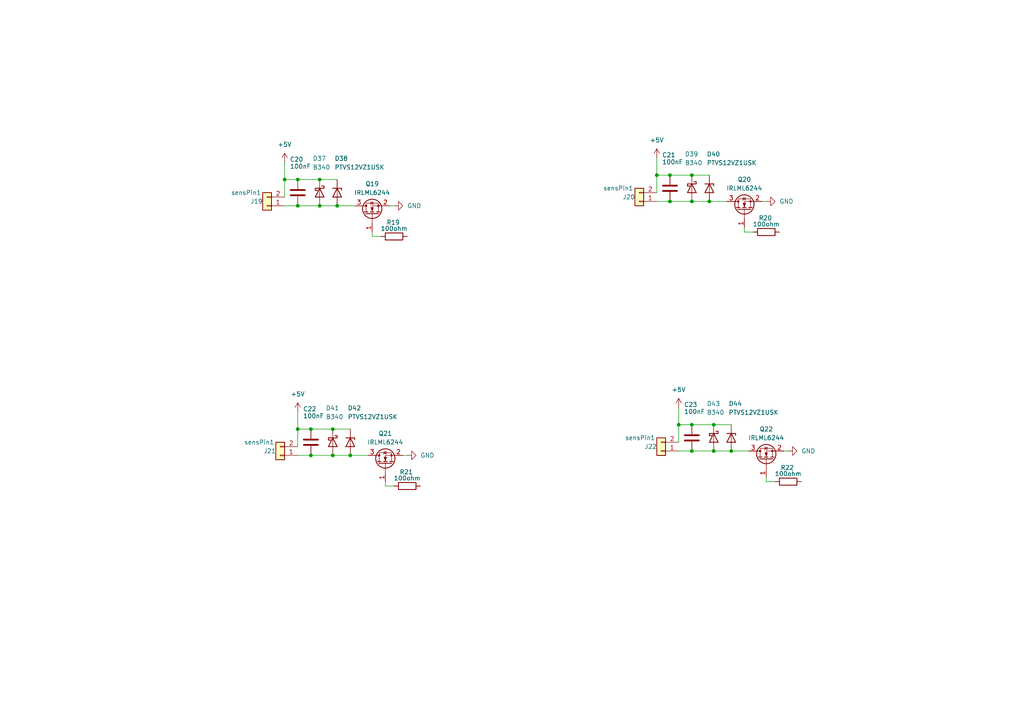
<source format=kicad_sch>
(kicad_sch (version 20231120) (generator "eeschema") (generator_version "8.0")
  (paper "A4")
  (lib_symbols
    (symbol "Connector_Generic:Conn_01x02" (pin_names (offset 1.016) hide)
      (property "Reference" "J" (at 0 2.54 0))
      (property "Value" "Conn_01x02" (at 0 -5.08 0))
      (symbol "Conn_01x02_1_1"
        (rectangle (start -1.27 -2.413) (end 0 -2.667) (stroke (width 0.1524)))
        (rectangle (start -1.27 0.127) (end 0 -0.127) (stroke (width 0.1524)))
        (rectangle (start -1.27 1.27) (end 1.27 -3.81) (stroke (width 0.254)) (fill (type background)))
        (pin passive line (at -5.08 0 0) (length 3.81) (name "Pin_1") (number "1"))
        (pin passive line (at -5.08 -2.54 0) (length 3.81) (name "Pin_2") (number "2"))
      )
    )
    (symbol "Device:C" (pin_numbers hide) (pin_names (offset 0.254))
      (property "Reference" "C" (at 0.635 2.54 0))
      (property "Value" "C" (at 0.635 -2.54 0))
      (symbol "C_0_1"
        (polyline (pts (xy -2.032 -0.762) (xy 2.032 -0.762)) (stroke (width 0.508)))
        (polyline (pts (xy -2.032 0.762) (xy 2.032 0.762)) (stroke (width 0.508)))
      )
      (symbol "C_1_1"
        (pin passive line (at 0 3.81 270) (length 2.794) (name "~") (number "1"))
        (pin passive line (at 0 -3.81 90) (length 2.794) (name "~") (number "2"))
      )
    )
    (symbol "Device:R" (pin_numbers hide) (pin_names (offset 0))
      (property "Reference" "R" (at 2.032 0 90))
      (property "Value" "R" (at 0 0 90))
      (symbol "R_0_1"
        (rectangle (start -1.016 -2.54) (end 1.016 2.54) (stroke (width 0.254)))
      )
      (symbol "R_1_1"
        (pin passive line (at 0 3.81 270) (length 1.27) (name "~") (number "1"))
        (pin passive line (at 0 -3.81 90) (length 1.27) (name "~") (number "2"))
      )
    )
    (symbol "Diode:B340" (pin_numbers hide) (pin_names (offset 1.016) hide)
      (property "Reference" "D" (at 0 2.54 0))
      (property "Value" "B340" (at 0 -2.54 0))
      (symbol "B340_0_1"
        (polyline (pts (xy 1.27 0) (xy -1.27 0)))
        (polyline (pts (xy 1.27 1.27) (xy 1.27 -1.27) (xy -1.27 0) (xy 1.27 1.27)) (stroke (width 0.254)))
        (polyline (pts (xy -1.905 0.635) (xy -1.905 1.27) (xy -1.27 1.27) (xy -1.27 -1.27) (xy -0.635 -1.27) (xy -0.635 -0.635)) (stroke (width 0.254)))
      )
      (symbol "B340_1_1"
        (pin passive line (at -3.81 0 0) (length 2.54) (name "K") (number "1"))
        (pin passive line (at 3.81 0 180) (length 2.54) (name "A") (number "2"))
      )
    )
    (symbol "Diode:PTVS12VZ1USK" (pin_numbers hide) (pin_names hide)
      (property "Reference" "D" (at 0 2.54 0))
      (property "Value" "PTVS12VZ1USK" (at 0 -2.54 0))
      (symbol "PTVS12VZ1USK_0_1"
        (polyline (pts (xy 1.27 0) (xy -1.27 0)))
        (polyline (pts (xy -1.27 -1.27) (xy -1.27 1.27) (xy -0.762 1.27)) (stroke (width 0.254)))
        (polyline (pts (xy 1.27 -1.27) (xy 1.27 1.27) (xy -1.27 0) (xy 1.27 -1.27)) (stroke (width 0.254)))
      )
      (symbol "PTVS12VZ1USK_1_1"
        (pin passive line (at -3.81 0 0) (length 2.54) (name "K") (number "1"))
        (pin passive line (at 3.81 0 180) (length 2.54) (name "A") (number "2"))
      )
    )
    (symbol "Transistor_FET:IRLML6244" (pin_names hide)
      (property "Reference" "Q" (at 5.08 1.905 0))
      (property "Value" "IRLML6244" (at 5.08 0 0))
      (symbol "IRLML6244_0_1"
        (polyline (pts (xy 0.254 0) (xy -2.54 0)))
        (polyline (pts (xy 0.254 1.905) (xy 0.254 -1.905)) (stroke (width 0.254)))
        (polyline (pts (xy 0.762 -1.27) (xy 0.762 -2.286)) (stroke (width 0.254)))
        (polyline (pts (xy 0.762 0.508) (xy 0.762 -0.508)) (stroke (width 0.254)))
        (polyline (pts (xy 0.762 2.286) (xy 0.762 1.27)) (stroke (width 0.254)))
        (polyline (pts (xy 2.54 2.54) (xy 2.54 1.778)))
        (polyline (pts (xy 2.54 -2.54) (xy 2.54 0) (xy 0.762 0)))
        (polyline (pts (xy 0.762 -1.778) (xy 3.302 -1.778) (xy 3.302 1.778) (xy 0.762 1.778)))
        (polyline (pts (xy 1.016 0) (xy 2.032 0.381) (xy 2.032 -0.381) (xy 1.016 0)) (fill (type outline)))
        (polyline (pts (xy 2.794 0.508) (xy 2.921 0.381) (xy 3.683 0.381) (xy 3.81 0.254)))
        (polyline (pts (xy 3.302 0.381) (xy 2.921 -0.254) (xy 3.683 -0.254) (xy 3.302 0.381)))
        (circle (center 1.651 0) (radius 2.794) (stroke (width 0.254)))
        (circle (center 2.54 -1.778) (radius 0.254) (fill (type outline)))
        (circle (center 2.54 1.778) (radius 0.254) (fill (type outline)))
      )
      (symbol "IRLML6244_1_1"
        (pin input line (at -5.08 0 0) (length 2.54) (name "G") (number "1"))
        (pin passive line (at 2.54 -5.08 90) (length 2.54) (name "S") (number "2"))
        (pin passive line (at 2.54 5.08 270) (length 2.54) (name "D") (number "3"))
      )
    )
    (symbol "power:+5V" (power) (pin_numbers hide) (pin_names (offset 0) hide)
      (property "Value" "+5V" (at 0 3.556 0))
      (symbol "+5V_0_1"
        (polyline (pts (xy -0.762 1.27) (xy 0 2.54)))
        (polyline (pts (xy 0 0) (xy 0 2.54)))
        (polyline (pts (xy 0 2.54) (xy 0.762 1.27)))
      )
      (symbol "+5V_1_1"
        (pin power_in line (at 0 0 90) (length 0) (name "~") (number "1"))
      )
    )
    (symbol "power:GND" (power) (pin_numbers hide) (pin_names (offset 0) hide)
      (property "Value" "GND" (at 0 -3.81 0))
      (symbol "GND_0_1"
        (polyline (pts (xy 0 0) (xy 0 -1.27) (xy 1.27 -1.27) (xy 0 -2.54) (xy -1.27 -1.27) (xy 0 -1.27)))
      )
      (symbol "GND_1_1"
        (pin power_in line (at 0 0 270) (length 0) (name "~") (number "1"))
      )
    )
  )
  (junction (at 86.36 124.46))
  (junction (at 212.09 130.81))
  (junction (at 97.79 59.69))
  (junction (at 190.5 50.8))
  (junction (at 200.66 50.8))
  (junction (at 90.17 124.46))
  (junction (at 82.55 52.07))
  (junction (at 90.17 132.08))
  (junction (at 196.85 123.19))
  (junction (at 207.01 123.19))
  (junction (at 194.31 58.42))
  (junction (at 194.31 50.8))
  (junction (at 207.01 130.81))
  (junction (at 96.52 132.08))
  (junction (at 96.52 124.46))
  (junction (at 92.71 59.69))
  (junction (at 86.36 52.07))
  (junction (at 205.74 58.42))
  (junction (at 200.66 58.42))
  (junction (at 200.66 123.19))
  (junction (at 200.66 130.81))
  (junction (at 92.71 52.07))
  (junction (at 86.36 59.69))
  (junction (at 101.6 132.08))
  (wire (pts (xy 218.44 67.31) (xy 215.9 67.31)))
  (wire (pts (xy 222.25 58.42) (xy 220.98 58.42)))
  (wire (pts (xy 190.5 50.8) (xy 190.5 55.88)))
  (wire (pts (xy 86.36 132.08) (xy 90.17 132.08)))
  (wire (pts (xy 86.36 124.46) (xy 90.17 124.46)))
  (wire (pts (xy 86.36 52.07) (xy 92.71 52.07)))
  (wire (pts (xy 194.31 58.42) (xy 200.66 58.42)))
  (wire (pts (xy 190.5 45.72) (xy 190.5 50.8)))
  (wire (pts (xy 200.66 58.42) (xy 205.74 58.42)))
  (wire (pts (xy 196.85 123.19) (xy 200.66 123.19)))
  (wire (pts (xy 97.79 59.69) (xy 102.87 59.69)))
  (wire (pts (xy 200.66 130.81) (xy 207.01 130.81)))
  (wire (pts (xy 215.9 67.31) (xy 215.9 66.04)))
  (wire (pts (xy 86.36 59.69) (xy 92.71 59.69)))
  (wire (pts (xy 212.09 130.81) (xy 217.17 130.81)))
  (wire (pts (xy 86.36 119.38) (xy 86.36 124.46)))
  (wire (pts (xy 200.66 123.19) (xy 207.01 123.19)))
  (wire (pts (xy 107.95 68.58) (xy 107.95 67.31)))
  (wire (pts (xy 110.49 68.58) (xy 107.95 68.58)))
  (wire (pts (xy 86.36 124.46) (xy 86.36 129.54)))
  (wire (pts (xy 207.01 130.81) (xy 212.09 130.81)))
  (wire (pts (xy 194.31 50.8) (xy 200.66 50.8)))
  (wire (pts (xy 92.71 52.07) (xy 97.79 52.07)))
  (wire (pts (xy 96.52 124.46) (xy 101.6 124.46)))
  (wire (pts (xy 222.25 139.7) (xy 222.25 138.43)))
  (wire (pts (xy 190.5 50.8) (xy 194.31 50.8)))
  (wire (pts (xy 90.17 124.46) (xy 96.52 124.46)))
  (wire (pts (xy 114.3 140.97) (xy 111.76 140.97)))
  (wire (pts (xy 228.6 130.81) (xy 227.33 130.81)))
  (wire (pts (xy 207.01 123.19) (xy 212.09 123.19)))
  (wire (pts (xy 96.52 132.08) (xy 101.6 132.08)))
  (wire (pts (xy 82.55 52.07) (xy 82.55 57.15)))
  (wire (pts (xy 82.55 46.99) (xy 82.55 52.07)))
  (wire (pts (xy 196.85 130.81) (xy 200.66 130.81)))
  (wire (pts (xy 114.3 59.69) (xy 113.03 59.69)))
  (wire (pts (xy 101.6 132.08) (xy 106.68 132.08)))
  (wire (pts (xy 90.17 132.08) (xy 96.52 132.08)))
  (wire (pts (xy 111.76 140.97) (xy 111.76 139.7)))
  (wire (pts (xy 224.79 139.7) (xy 222.25 139.7)))
  (wire (pts (xy 196.85 123.19) (xy 196.85 128.27)))
  (wire (pts (xy 190.5 58.42) (xy 194.31 58.42)))
  (wire (pts (xy 196.85 118.11) (xy 196.85 123.19)))
  (wire (pts (xy 118.11 132.08) (xy 116.84 132.08)))
  (wire (pts (xy 92.71 59.69) (xy 97.79 59.69)))
  (wire (pts (xy 82.55 59.69) (xy 86.36 59.69)))
  (wire (pts (xy 200.66 50.8) (xy 205.74 50.8)))
  (wire (pts (xy 205.74 58.42) (xy 210.82 58.42)))
  (wire (pts (xy 82.55 52.07) (xy 86.36 52.07)))
  (symbol (lib_id "Diode:PTVS12VZ1USK") (at 205.74 54.61 270) (unit 1)
    (property "Reference" "D40" (at 204.978 44.704 90) (effects (justify left)))
    (property "Value" "PTVS12VZ1USK" (at 204.978 47.244 90) (effects (justify left)))
    (property "Footprint" "Diode_SMD:Nexperia_DSN1608-2_1.6x0.8mm" (effects (hide yes)))
    (property "Datasheet" "https://assets.nexperia.com/documents/data-sheet/PTVS12VZ1USK.pdf" (effects (hide yes)))
    (property "Description" "12V, 1900W TVS unidirectional diode, DSN1608-2" (effects (hide yes)))
  )
  (symbol (lib_id "Transistor_FET:IRLML6244") (at 215.9 60.96 90) (unit 1)
    (property "Reference" "Q20" (at 215.9 52.07 90))
    (property "Value" "IRLML6244" (at 215.9 54.61 90))
    (property "Footprint" "Package_TO_SOT_SMD:SOT-23" (effects (hide yes)))
    (property "Datasheet" "https://www.infineon.com/dgdl/Infineon-IRLML6244-DataSheet-v01_01-EN.pdf?fileId=5546d462533600a4015356686fed261f" (effects (hide yes)))
    (property "Description" "6.3A Id, 20V Vds, 21mOhm Rds, N-Channel StrongIRFET Power MOSFET, SOT-23" (effects (hide yes)))
  )
  (symbol (lib_id "Connector_Generic:Conn_01x02") (at 81.28 132.08 180) (unit 1)
    (property "Reference" "J21" (at 78.232 130.81 0))
    (property "Value" "sensPin1" (at 75.184 128.27 0))
    (property "Footprint" "Connector_JST:JST_XH_S2B-XH-A_1x02_P2.50mm_Horizontal" (effects (hide yes)))
    (property "Description" "Generic connector, single row, 01x02, script generated (kicad-library-utils/schlib/autogen/connector/)" (effects (hide yes)))
  )
  (symbol (lib_id "Diode:B340") (at 200.66 54.61 270) (unit 1)
    (property "Reference" "D39" (at 198.628 44.704 90) (effects (justify left)))
    (property "Value" "B340" (at 198.628 47.244 90) (effects (justify left)))
    (property "Footprint" "Diode_SMD:D_SMC" (effects (hide yes)))
    (property "Datasheet" "http://www.jameco.com/Jameco/Products/ProdDS/1538777.pdf" (effects (hide yes)))
    (property "Description" "40V 3A Schottky Barrier Rectifier Diode, SMC" (effects (hide yes)))
  )
  (symbol (lib_id "Device:C") (at 194.31 54.61 0) (unit 1)
    (property "Reference" "C21" (at 192.024 44.958 0) (effects (justify left)))
    (property "Value" "100nF" (at 192.024 46.99 0) (effects (justify left)))
    (property "Footprint" "Capacitor_SMD:C_0603_1608Metric_Pad1.08x0.95mm_HandSolder" (effects (hide yes)))
    (property "Description" "Unpolarized capacitor" (effects (hide yes)))
  )
  (symbol (lib_id "Diode:PTVS12VZ1USK") (at 212.09 127 270) (unit 1)
    (property "Reference" "D44" (at 211.328 117.094 90) (effects (justify left)))
    (property "Value" "PTVS12VZ1USK" (at 211.328 119.634 90) (effects (justify left)))
    (property "Footprint" "Diode_SMD:Nexperia_DSN1608-2_1.6x0.8mm" (effects (hide yes)))
    (property "Datasheet" "https://assets.nexperia.com/documents/data-sheet/PTVS12VZ1USK.pdf" (effects (hide yes)))
    (property "Description" "12V, 1900W TVS unidirectional diode, DSN1608-2" (effects (hide yes)))
  )
  (symbol (lib_id "Connector_Generic:Conn_01x02") (at 185.42 58.42 180) (unit 1)
    (property "Reference" "J20" (at 182.372 57.15 0))
    (property "Value" "sensPin1" (at 179.324 54.61 0))
    (property "Footprint" "Connector_JST:JST_XH_S2B-XH-A_1x02_P2.50mm_Horizontal" (effects (hide yes)))
    (property "Description" "Generic connector, single row, 01x02, script generated (kicad-library-utils/schlib/autogen/connector/)" (effects (hide yes)))
  )
  (symbol (lib_id "Diode:PTVS12VZ1USK") (at 97.79 55.88 270) (unit 1)
    (property "Reference" "D38" (at 97.028 45.974 90) (effects (justify left)))
    (property "Value" "PTVS12VZ1USK" (at 97.028 48.514 90) (effects (justify left)))
    (property "Footprint" "Diode_SMD:Nexperia_DSN1608-2_1.6x0.8mm" (effects (hide yes)))
    (property "Datasheet" "https://assets.nexperia.com/documents/data-sheet/PTVS12VZ1USK.pdf" (effects (hide yes)))
    (property "Description" "12V, 1900W TVS unidirectional diode, DSN1608-2" (effects (hide yes)))
  )
  (symbol (lib_id "Device:R") (at 222.25 67.31 270) (unit 1)
    (property "Reference" "R20" (at 221.996 63.246 90))
    (property "Value" "100ohm" (at 222.25 65.024 90))
    (property "Footprint" "Resistor_SMD:R_0603_1608Metric_Pad0.98x0.95mm_HandSolder" (effects (hide yes)))
    (property "Description" "Resistor" (effects (hide yes)))
  )
  (symbol (lib_id "Transistor_FET:IRLML6244") (at 222.25 133.35 90) (unit 1)
    (property "Reference" "Q22" (at 222.25 124.46 90))
    (property "Value" "IRLML6244" (at 222.25 127 90))
    (property "Footprint" "Package_TO_SOT_SMD:SOT-23" (effects (hide yes)))
    (property "Datasheet" "https://www.infineon.com/dgdl/Infineon-IRLML6244-DataSheet-v01_01-EN.pdf?fileId=5546d462533600a4015356686fed261f" (effects (hide yes)))
    (property "Description" "6.3A Id, 20V Vds, 21mOhm Rds, N-Channel StrongIRFET Power MOSFET, SOT-23" (effects (hide yes)))
  )
  (symbol (lib_id "Diode:B340") (at 92.71 55.88 270) (unit 1)
    (property "Reference" "D37" (at 90.678 45.974 90) (effects (justify left)))
    (property "Value" "B340" (at 90.678 48.514 90) (effects (justify left)))
    (property "Footprint" "Diode_SMD:D_SMC" (effects (hide yes)))
    (property "Datasheet" "http://www.jameco.com/Jameco/Products/ProdDS/1538777.pdf" (effects (hide yes)))
    (property "Description" "40V 3A Schottky Barrier Rectifier Diode, SMC" (effects (hide yes)))
  )
  (symbol (lib_id "Diode:B340") (at 96.52 128.27 270) (unit 1)
    (property "Reference" "D41" (at 94.488 118.364 90) (effects (justify left)))
    (property "Value" "B340" (at 94.488 120.904 90) (effects (justify left)))
    (property "Footprint" "Diode_SMD:D_SMC" (effects (hide yes)))
    (property "Datasheet" "http://www.jameco.com/Jameco/Products/ProdDS/1538777.pdf" (effects (hide yes)))
    (property "Description" "40V 3A Schottky Barrier Rectifier Diode, SMC" (effects (hide yes)))
  )
  (symbol (lib_id "power:GND") (at 118.11 132.08 90) (unit 1)
    (property "Reference" "#PWR046" (effects (hide yes)))
    (property "Value" "GND" (at 121.92 132.0799 90) (effects (justify right)))
    (property "Description" "Power symbol creates a global label with name \"GND\" , ground" (effects (hide yes)))
  )
  (symbol (lib_id "Device:C") (at 200.66 127 0) (unit 1)
    (property "Reference" "C23" (at 198.374 117.348 0) (effects (justify left)))
    (property "Value" "100nF" (at 198.374 119.38 0) (effects (justify left)))
    (property "Footprint" "Capacitor_SMD:C_0603_1608Metric_Pad1.08x0.95mm_HandSolder" (effects (hide yes)))
    (property "Description" "Unpolarized capacitor" (effects (hide yes)))
  )
  (symbol (lib_id "Diode:B340") (at 207.01 127 270) (unit 1)
    (property "Reference" "D43" (at 204.978 117.094 90) (effects (justify left)))
    (property "Value" "B340" (at 204.978 119.634 90) (effects (justify left)))
    (property "Footprint" "Diode_SMD:D_SMC" (effects (hide yes)))
    (property "Datasheet" "http://www.jameco.com/Jameco/Products/ProdDS/1538777.pdf" (effects (hide yes)))
    (property "Description" "40V 3A Schottky Barrier Rectifier Diode, SMC" (effects (hide yes)))
  )
  (symbol (lib_id "Connector_Generic:Conn_01x02") (at 77.47 59.69 180) (unit 1)
    (property "Reference" "J19" (at 74.422 58.42 0))
    (property "Value" "sensPin1" (at 71.374 55.88 0))
    (property "Footprint" "Connector_JST:JST_XH_S2B-XH-A_1x02_P2.50mm_Horizontal" (effects (hide yes)))
    (property "Description" "Generic connector, single row, 01x02, script generated (kicad-library-utils/schlib/autogen/connector/)" (effects (hide yes)))
  )
  (symbol (lib_id "Device:C") (at 86.36 55.88 0) (unit 1)
    (property "Reference" "C20" (at 84.074 46.228 0) (effects (justify left)))
    (property "Value" "100nF" (at 84.074 48.26 0) (effects (justify left)))
    (property "Footprint" "Capacitor_SMD:C_0603_1608Metric_Pad1.08x0.95mm_HandSolder" (effects (hide yes)))
    (property "Description" "Unpolarized capacitor" (effects (hide yes)))
  )
  (symbol (lib_id "power:+5V") (at 190.5 45.72 0) (unit 1)
    (property "Reference" "#PWR043" (effects (hide yes)))
    (property "Value" "+5V" (at 190.5 40.64 0))
    (property "Description" "Power symbol creates a global label with name \"+5V\"" (effects (hide yes)))
  )
  (symbol (lib_id "Device:R") (at 114.3 68.58 270) (unit 1)
    (property "Reference" "R19" (at 114.046 64.516 90))
    (property "Value" "100ohm" (at 114.3 66.294 90))
    (property "Footprint" "Resistor_SMD:R_0603_1608Metric_Pad0.98x0.95mm_HandSolder" (effects (hide yes)))
    (property "Description" "Resistor" (effects (hide yes)))
  )
  (symbol (lib_id "Transistor_FET:IRLML6244") (at 111.76 134.62 90) (unit 1)
    (property "Reference" "Q21" (at 111.76 125.73 90))
    (property "Value" "IRLML6244" (at 111.76 128.27 90))
    (property "Footprint" "Package_TO_SOT_SMD:SOT-23" (effects (hide yes)))
    (property "Datasheet" "https://www.infineon.com/dgdl/Infineon-IRLML6244-DataSheet-v01_01-EN.pdf?fileId=5546d462533600a4015356686fed261f" (effects (hide yes)))
    (property "Description" "6.3A Id, 20V Vds, 21mOhm Rds, N-Channel StrongIRFET Power MOSFET, SOT-23" (effects (hide yes)))
  )
  (symbol (lib_id "power:GND") (at 228.6 130.81 90) (unit 1)
    (property "Reference" "#PWR048" (effects (hide yes)))
    (property "Value" "GND" (at 232.41 130.8099 90) (effects (justify right)))
    (property "Description" "Power symbol creates a global label with name \"GND\" , ground" (effects (hide yes)))
  )
  (symbol (lib_id "power:GND") (at 114.3 59.69 90) (unit 1)
    (property "Reference" "#PWR042" (effects (hide yes)))
    (property "Value" "GND" (at 118.11 59.6899 90) (effects (justify right)))
    (property "Description" "Power symbol creates a global label with name \"GND\" , ground" (effects (hide yes)))
  )
  (symbol (lib_id "Device:R") (at 118.11 140.97 270) (unit 1)
    (property "Reference" "R21" (at 117.856 136.906 90))
    (property "Value" "100ohm" (at 118.11 138.684 90))
    (property "Footprint" "Resistor_SMD:R_0603_1608Metric_Pad0.98x0.95mm_HandSolder" (effects (hide yes)))
    (property "Description" "Resistor" (effects (hide yes)))
  )
  (symbol (lib_id "Connector_Generic:Conn_01x02") (at 191.77 130.81 180) (unit 1)
    (property "Reference" "J22" (at 188.722 129.54 0))
    (property "Value" "sensPin1" (at 185.674 127 0))
    (property "Footprint" "Connector_JST:JST_XH_S2B-XH-A_1x02_P2.50mm_Horizontal" (effects (hide yes)))
    (property "Description" "Generic connector, single row, 01x02, script generated (kicad-library-utils/schlib/autogen/connector/)" (effects (hide yes)))
  )
  (symbol (lib_id "Transistor_FET:IRLML6244") (at 107.95 62.23 90) (unit 1)
    (property "Reference" "Q19" (at 107.95 53.34 90))
    (property "Value" "IRLML6244" (at 107.95 55.88 90))
    (property "Footprint" "Package_TO_SOT_SMD:SOT-23" (effects (hide yes)))
    (property "Datasheet" "https://www.infineon.com/dgdl/Infineon-IRLML6244-DataSheet-v01_01-EN.pdf?fileId=5546d462533600a4015356686fed261f" (effects (hide yes)))
    (property "Description" "6.3A Id, 20V Vds, 21mOhm Rds, N-Channel StrongIRFET Power MOSFET, SOT-23" (effects (hide yes)))
  )
  (symbol (lib_id "power:+5V") (at 86.36 119.38 0) (unit 1)
    (property "Reference" "#PWR045" (effects (hide yes)))
    (property "Value" "+5V" (at 86.36 114.3 0))
    (property "Description" "Power symbol creates a global label with name \"+5V\"" (effects (hide yes)))
  )
  (symbol (lib_id "Diode:PTVS12VZ1USK") (at 101.6 128.27 270) (unit 1)
    (property "Reference" "D42" (at 100.838 118.364 90) (effects (justify left)))
    (property "Value" "PTVS12VZ1USK" (at 100.838 120.904 90) (effects (justify left)))
    (property "Footprint" "Diode_SMD:Nexperia_DSN1608-2_1.6x0.8mm" (effects (hide yes)))
    (property "Datasheet" "https://assets.nexperia.com/documents/data-sheet/PTVS12VZ1USK.pdf" (effects (hide yes)))
    (property "Description" "12V, 1900W TVS unidirectional diode, DSN1608-2" (effects (hide yes)))
  )
  (symbol (lib_id "power:+5V") (at 82.55 46.99 0) (unit 1)
    (property "Reference" "#PWR041" (effects (hide yes)))
    (property "Value" "+5V" (at 82.55 41.91 0))
    (property "Description" "Power symbol creates a global label with name \"+5V\"" (effects (hide yes)))
  )
  (symbol (lib_id "Device:R") (at 228.6 139.7 270) (unit 1)
    (property "Reference" "R22" (at 228.346 135.636 90))
    (property "Value" "100ohm" (at 228.6 137.414 90))
    (property "Footprint" "Resistor_SMD:R_0603_1608Metric_Pad0.98x0.95mm_HandSolder" (effects (hide yes)))
    (property "Description" "Resistor" (effects (hide yes)))
  )
  (symbol (lib_id "power:GND") (at 222.25 58.42 90) (unit 1)
    (property "Reference" "#PWR044" (effects (hide yes)))
    (property "Value" "GND" (at 226.06 58.4199 90) (effects (justify right)))
    (property "Description" "Power symbol creates a global label with name \"GND\" , ground" (effects (hide yes)))
  )
  (symbol (lib_id "Device:C") (at 90.17 128.27 0) (unit 1)
    (property "Reference" "C22" (at 87.884 118.618 0) (effects (justify left)))
    (property "Value" "100nF" (at 87.884 120.65 0) (effects (justify left)))
    (property "Footprint" "Capacitor_SMD:C_0603_1608Metric_Pad1.08x0.95mm_HandSolder" (effects (hide yes)))
    (property "Description" "Unpolarized capacitor" (effects (hide yes)))
  )
  (symbol (lib_id "power:+5V") (at 196.85 118.11 0) (unit 1)
    (property "Reference" "#PWR047" (effects (hide yes)))
    (property "Value" "+5V" (at 196.85 113.03 0))
    (property "Description" "Power symbol creates a global label with name \"+5V\"" (effects (hide yes)))
  )
)
</source>
